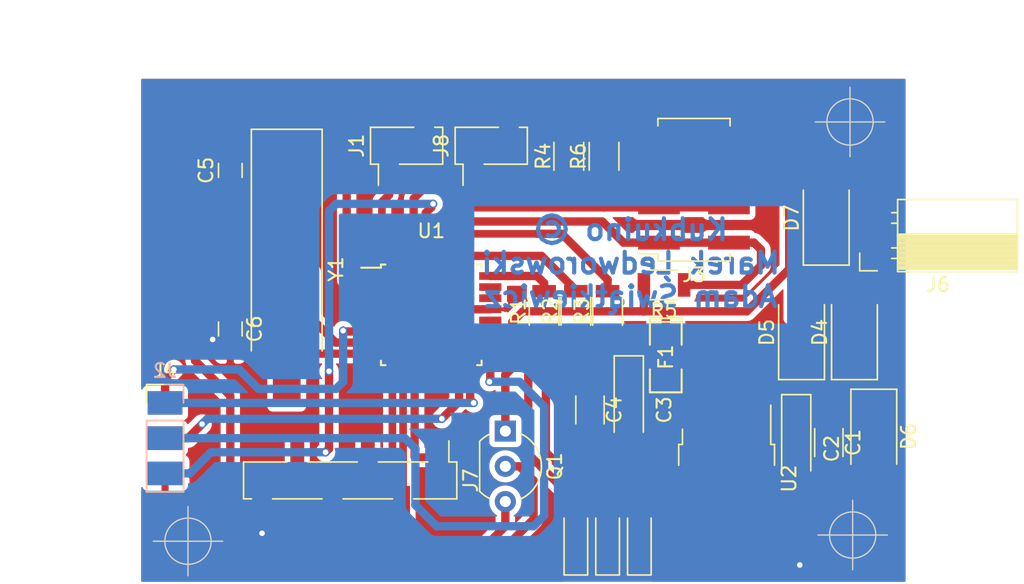
<source format=kicad_pcb>
(kicad_pcb (version 20170922) (host pcbnew "(2017-10-30 revision 6300041ce)-makepkg")
  (layers (0 F.Cu signal) (31 B.Cu signal) (34 B.Paste user) (35 F.Paste user) (36 B.SilkS user) (37 F.SilkS user) (38 B.Mask user) (39 F.Mask user) (44 Edge.Cuts user))
  (net 0 "")
  (net 1 "Net-(C1-Pad1)")
  (net 2 GND)
  (net 3 5V)
  (net 4 xtal1)
  (net 5 xtal2)
  (net 6 "Net-(D1-Pad2)")
  (net 7 "Net-(D2-Pad2)")
  (net 8 "Net-(J1-Pad1)")
  (net 9 Reset)
  (net 10 SDA)
  (net 11 SCL)
  (net 12 Button)
  (net 13 Bkey)
  (net 14 Btx)
  (net 15 Brx)
  (net 16 BT)
  (net 17 "Net-(R1-Pad2)")
  (net 18 "Net-(R2-Pad2)")
  (net 19 "Net-(R3-Pad2)")
  (net 20 "Net-(D3-Pad2)")
  (net 21 "Net-(D4-Pad2)")
  (net 22 "Net-(D5-Pad2)")
  (net 23 "Net-(J2-Pad1)")
  (net 24 "Net-(J2-Pad2)")
  (net 25 "Net-(J4-Pad2)")
  (net 26 "Net-(J7-Pad4)")
  (net 27 "Net-(C3-Pad1)")
  (net 28 "Net-(J7-Pad5)")
  (net 29 1W)
  (net 30 "Net-(U1-Pad13)")
  (net 31 "Net-(U1-Pad14)")
  (net 32 "Net-(U1-Pad19)")
  (net 33 "Net-(U1-Pad20)")
  (net 34 "Net-(U1-Pad22)")
  (net 35 "Net-(U1-Pad23)")
  (net 36 "Net-(U1-Pad30)")
  (net 37 "Net-(U1-Pad31)")
  (module Diodes_SMD:D_SMA (layer F.Cu) (at 164.084 86.741 90)
    (fp_text reference D7 (at 0 -2.5 90) (layer F.SilkS))
    (fp_text value 1N4007)
    (pad 1 smd rect (at -2 0 90) (size 2 1.8) (layers F.Cu F.Paste F.Mask) (net 22 "Net-(D5-Pad2)"))
    (pad 2 smd rect (at 2 0 90) (size 2 1.8) (layers F.Cu F.Paste F.Mask) (net 2 GND))
  )
  (module Capacitors_SMD:C_1206 (layer F.Cu) (at 164.2745 102.9335 270)
    (fp_text reference C1 (at 0 -1.75 270) (layer F.SilkS))
    (fp_text value 100nF)
    (pad 1 smd rect (at -1.5 0 270) (size 1 1.6) (layers F.Cu F.Paste F.Mask) (net 1 "Net-(C1-Pad1)"))
    (pad 2 smd rect (at 1.5 0 270) (size 1 1.6) (layers F.Cu F.Paste F.Mask) (net 2 GND))
  )
  (module Capacitors_Tantalum_SMD:CP_Tantalum_Case-A_EIA-3216-18_Hand (layer F.Cu) (at 161.925 103.378 270)
    (fp_text reference C2 (at 0 -2.55 270) (layer F.SilkS))
    (fp_text value 1uF)
    (pad 1 smd rect (at -2 0 270) (size 2.5 1.5) (layers F.Cu F.Paste F.Mask) (net 1 "Net-(C1-Pad1)"))
    (pad 2 smd rect (at 2 0 270) (size 2.5 1.5) (layers F.Cu F.Paste F.Mask) (net 2 GND))
  )
  (module Capacitors_Tantalum_SMD:CP_Tantalum_Case-A_EIA-3216-18_Hand (layer F.Cu) (at 149.86 100.584 270)
    (fp_text reference C3 (at 0 -2.55 270) (layer F.SilkS))
    (fp_text value 1uF)
    (pad 1 smd rect (at -2 0 270) (size 3.2 1.5) (layers F.Cu F.Paste F.Mask) (net 27 "Net-(C3-Pad1)"))
    (pad 2 smd rect (at 2 0 270) (size 3.2 1.5) (layers F.Cu F.Paste F.Mask) (net 2 GND))
  )
  (module Capacitors_SMD:C_1206 (layer F.Cu) (at 147.066 100.584 270)
    (fp_text reference C4 (at 0 -1.75 270) (layer F.SilkS))
    (fp_text value 100nF)
    (pad 1 smd rect (at -1.5 0 270) (size 1 1.6) (layers F.Cu F.Paste F.Mask) (net 27 "Net-(C3-Pad1)"))
    (pad 2 smd rect (at 1.5 0 270) (size 1 1.6) (layers F.Cu F.Paste F.Mask) (net 2 GND))
  )
  (module Capacitors_SMD:C_0805_HandSoldering (layer F.Cu) (at 121.158 83.312 90)
    (fp_text reference C5 (at 0 -1.75 90) (layer F.SilkS))
    (fp_text value 22pF)
    (pad 1 smd rect (at -1.25 0 90) (size 1.5 1.25) (layers F.Cu F.Paste F.Mask) (net 4 xtal1))
    (pad 2 smd rect (at 1.25 0 90) (size 1.5 1.25) (layers F.Cu F.Paste F.Mask) (net 2 GND))
  )
  (module Capacitors_SMD:C_0805_HandSoldering (layer F.Cu) (at 121.158 94.742 270)
    (fp_text reference C6 (at 0 -1.75 270) (layer F.SilkS))
    (fp_text value 22pF)
    (pad 1 smd rect (at -1.25 0 270) (size 1.5 1.25) (layers F.Cu F.Paste F.Mask) (net 5 xtal2))
    (pad 2 smd rect (at 1.25 0 270) (size 1.5 1.25) (layers F.Cu F.Paste F.Mask) (net 2 GND))
  )
  (module Diodes_SMD:D_SMA (layer F.Cu) (at 166.116 94.996 90)
    (fp_text reference D4 (at 0 -2.5 90) (layer F.SilkS))
    (fp_text value 1N4007)
    (pad 1 smd rect (at -2 0 90) (size 2 1.8) (layers F.Cu F.Paste F.Mask) (net 1 "Net-(C1-Pad1)"))
    (pad 2 smd rect (at 2 0 90) (size 2 1.8) (layers F.Cu F.Paste F.Mask) (net 21 "Net-(D4-Pad2)"))
  )
  (module Diodes_SMD:D_SMA (layer F.Cu) (at 162.306 94.996 90)
    (fp_text reference D5 (at 0 -2.5 90) (layer F.SilkS))
    (fp_text value 1N4007)
    (pad 1 smd rect (at -2 0 90) (size 2 1.8) (layers F.Cu F.Paste F.Mask) (net 1 "Net-(C1-Pad1)"))
    (pad 2 smd rect (at 2 0 90) (size 2 1.8) (layers F.Cu F.Paste F.Mask) (net 22 "Net-(D5-Pad2)"))
  )
  (module Diodes_SMD:D_SMA (layer F.Cu) (at 167.513 102.489 270)
    (fp_text reference D6 (at 0 -2.5 270) (layer F.SilkS))
    (fp_text value 1N4007)
    (pad 1 smd rect (at -2 0 270) (size 2 1.8) (layers F.Cu F.Paste F.Mask) (net 21 "Net-(D4-Pad2)"))
    (pad 2 smd rect (at 2 0 270) (size 2 1.8) (layers F.Cu F.Paste F.Mask) (net 2 GND))
  )
  (module LEDs:LED_1206 (layer F.Cu) (at 146.05 109.982 90)
    (fp_text reference D1)
    (fp_text value LED_R)
    (pad 2 smd rect (at 1.65 0 270) (size 1.5 1.5) (layers F.Cu F.Paste F.Mask) (net 6 "Net-(D1-Pad2)"))
    (pad 1 smd rect (at -1.65 0 270) (size 1.5 1.5) (layers F.Cu F.Paste F.Mask) (net 2 GND))
  )
  (module LEDs:LED_1206 (layer F.Cu) (at 148.336 109.982 90)
    (fp_text reference D2)
    (fp_text value LED_G)
    (pad 2 smd rect (at 1.65 0 270) (size 1.5 1.5) (layers F.Cu F.Paste F.Mask) (net 7 "Net-(D2-Pad2)"))
    (pad 1 smd rect (at -1.65 0 270) (size 1.5 1.5) (layers F.Cu F.Paste F.Mask) (net 2 GND))
  )
  (module LEDs:LED_1206 (layer F.Cu) (at 150.622 109.982 90)
    (fp_text reference D3)
    (fp_text value LED_B)
    (pad 2 smd rect (at 1.65 0 270) (size 1.5 1.5) (layers F.Cu F.Paste F.Mask) (net 20 "Net-(D3-Pad2)"))
    (pad 1 smd rect (at -1.65 0 270) (size 1.5 1.5) (layers F.Cu F.Paste F.Mask) (net 2 GND))
  )
  (module Pin_Headers:Pin_Header_Straight_1x02_Pitch2.54mm_SMD_Pin1Left (layer F.Cu) (at 133.858 81.534 90)
    (fp_text reference J1 (at 0 -3.6 90) (layer F.SilkS))
    (fp_text value Piezo)
    (pad 1 smd rect (at -1.655 -1.27 90) (size 2.51 1) (layers F.Cu F.Paste F.Mask) (net 8 "Net-(J1-Pad1)"))
    (pad 2 smd rect (at 1.655 1.27 90) (size 2.51 1) (layers F.Cu F.Paste F.Mask) (net 2 GND))
  )
  (module Pin_Headers:Pin_Header_Straight_1x02_Pitch2.54mm_SMD_Pin1Left (layer F.Cu) (at 139.954 81.534 90)
    (fp_text reference J8 (at 0 -3.6 90) (layer F.SilkS))
    (fp_text value Button)
    (pad 1 smd rect (at -1.655 -1.27 90) (size 2.51 1) (layers F.Cu F.Paste F.Mask) (net 12 Button))
    (pad 2 smd rect (at 1.655 1.27 90) (size 2.51 1) (layers F.Cu F.Paste F.Mask) (net 2 GND))
  )
  (module Pin_Headers:Pin_Header_Straight_1x06_Pitch2.54mm_SMD_Pin1Left (layer F.Cu) (at 129.794 105.664 270)
    (fp_text reference J7 (at 0 -8.68 270) (layer F.SilkS))
    (fp_text value Bluetooth)
    (pad 1 smd rect (at -1.655 -6.35 270) (size 2.51 1) (layers F.Cu F.Paste F.Mask) (net 13 Bkey))
    (pad 3 smd rect (at -1.655 -1.27 270) (size 2.51 1) (layers F.Cu F.Paste F.Mask) (net 14 Btx))
    (pad 5 smd rect (at -1.655 3.81 270) (size 2.51 1) (layers F.Cu F.Paste F.Mask) (net 28 "Net-(J7-Pad5)"))
    (pad 2 smd rect (at 1.655 -3.81 270) (size 2.51 1) (layers F.Cu F.Paste F.Mask) (net 15 Brx))
    (pad 4 smd rect (at 1.655 1.27 270) (size 2.51 1) (layers F.Cu F.Paste F.Mask) (net 26 "Net-(J7-Pad4)"))
    (pad 6 smd rect (at 1.655 6.35 270) (size 2.51 1) (layers F.Cu F.Paste F.Mask) (net 2 GND))
  )
  (module TO_SOT_Packages_THT:TO-92_Inline_Wide (layer F.Cu) (at 140.97 102.108 270)
    (fp_text reference Q1 (at 2.54 -3.56 90) (layer F.SilkS))
    (fp_text value S8050)
    (pad 2 thru_hole circle (at 2.54 0) (size 1.52 1.52) (drill 0.8) (layers *.Cu *.Mask) (net 16 BT))
    (pad 3 thru_hole circle (at 5.08 0) (size 1.52 1.52) (drill 0.8) (layers *.Cu *.Mask) (net 26 "Net-(J7-Pad4)"))
    (pad 1 thru_hole rect (at 0 0) (size 1.52 1.52) (drill 0.8) (layers *.Cu *.Mask) (net 3 5V))
  )
  (module Resistors_SMD:R_1206 (layer F.Cu) (at 143.764 93.472 90)
    (fp_text reference R1 (at 0 -1.85 90) (layer F.SilkS))
    (fp_text value 220)
    (pad 1 smd rect (at -1.45 0 90) (size 0.9 1.7) (layers F.Cu F.Paste F.Mask) (net 6 "Net-(D1-Pad2)"))
    (pad 2 smd rect (at 1.45 0 90) (size 0.9 1.7) (layers F.Cu F.Paste F.Mask) (net 17 "Net-(R1-Pad2)"))
  )
  (module Resistors_SMD:R_1206 (layer F.Cu) (at 146.05 93.472 90)
    (fp_text reference R2 (at 0 -1.85 90) (layer F.SilkS))
    (fp_text value 220)
    (pad 1 smd rect (at -1.45 0 90) (size 0.9 1.7) (layers F.Cu F.Paste F.Mask) (net 7 "Net-(D2-Pad2)"))
    (pad 2 smd rect (at 1.45 0 90) (size 0.9 1.7) (layers F.Cu F.Paste F.Mask) (net 18 "Net-(R2-Pad2)"))
  )
  (module Resistors_SMD:R_1206 (layer F.Cu) (at 148.336 93.472 90)
    (fp_text reference R3 (at 0 -1.85 90) (layer F.SilkS))
    (fp_text value 220)
    (pad 1 smd rect (at -1.45 0 90) (size 0.9 1.7) (layers F.Cu F.Paste F.Mask) (net 20 "Net-(D3-Pad2)"))
    (pad 2 smd rect (at 1.45 0 90) (size 0.9 1.7) (layers F.Cu F.Paste F.Mask) (net 19 "Net-(R3-Pad2)"))
  )
  (module Resistors_SMD:R_1206 (layer F.Cu) (at 145.542 82.296 90)
    (fp_text reference R4 (at 0 -1.85 90) (layer F.SilkS))
    (fp_text value 1k)
    (pad 1 smd rect (at -1.45 0 90) (size 0.9 1.7) (layers F.Cu F.Paste F.Mask) (net 12 Button))
    (pad 2 smd rect (at 1.45 0 90) (size 0.9 1.7) (layers F.Cu F.Paste F.Mask) (net 3 5V))
  )
  (module Resistors_SMD:R_1206 (layer F.Cu) (at 152.4 91.567 180)
    (fp_text reference R5 (at 0 -1.85 180) (layer F.SilkS))
    (fp_text value 4k7)
    (pad 1 smd rect (at -1.45 0 180) (size 0.9 1.7) (layers F.Cu F.Paste F.Mask) (net 10 SDA))
    (pad 2 smd rect (at 1.45 0 180) (size 0.9 1.7) (layers F.Cu F.Paste F.Mask) (net 3 5V))
  )
  (module Resistors_SMD:R_1206 (layer F.Cu) (at 148.082 82.296 90)
    (fp_text reference R6 (at 0 -1.85 90) (layer F.SilkS))
    (fp_text value 4k7)
    (pad 1 smd rect (at -1.45 0 90) (size 0.9 1.7) (layers F.Cu F.Paste F.Mask) (net 11 SCL))
    (pad 2 smd rect (at 1.45 0 90) (size 0.9 1.7) (layers F.Cu F.Paste F.Mask) (net 3 5V))
  )
  (module Housings_QFP:TQFP-32_7x7mm_Pitch0.8mm (layer F.Cu) (at 135.636 93.726)
    (fp_text reference U1 (at 0 -6.05) (layer F.SilkS))
    (fp_text value ATMEGA328P-AU)
    (pad 1 smd rect (at -4.25 -2.8) (size 1.6 0.55) (layers F.Cu F.Paste F.Mask) (net 8 "Net-(J1-Pad1)"))
    (pad 2 smd rect (at -4.25 -2) (size 1.6 0.55) (layers F.Cu F.Paste F.Mask) (net 16 BT))
    (pad 3 smd rect (at -4.25 -1.2) (size 1.6 0.55) (layers F.Cu F.Paste F.Mask) (net 2 GND))
    (pad 4 smd rect (at -4.25 -0.4) (size 1.6 0.55) (layers F.Cu F.Paste F.Mask) (net 3 5V))
    (pad 5 smd rect (at -4.25 0.4) (size 1.6 0.55) (layers F.Cu F.Paste F.Mask) (net 2 GND))
    (pad 6 smd rect (at -4.25 1.2) (size 1.6 0.55) (layers F.Cu F.Paste F.Mask) (net 3 5V))
    (pad 7 smd rect (at -4.25 2) (size 1.6 0.55) (layers F.Cu F.Paste F.Mask) (net 4 xtal1))
    (pad 8 smd rect (at -4.25 2.8) (size 1.6 0.55) (layers F.Cu F.Paste F.Mask) (net 5 xtal2))
    (pad 9 smd rect (at -2.8 4.25 90) (size 1.6 0.55) (layers F.Cu F.Paste F.Mask) (net 14 Btx))
    (pad 10 smd rect (at -2 4.25 90) (size 1.6 0.55) (layers F.Cu F.Paste F.Mask) (net 15 Brx))
    (pad 11 smd rect (at -1.2 4.25 90) (size 1.6 0.55) (layers F.Cu F.Paste F.Mask) (net 13 Bkey))
    (pad 12 smd rect (at -0.4 4.25 90) (size 1.6 0.55) (layers F.Cu F.Paste F.Mask) (net 29 1W))
    (pad 13 smd rect (at 0.4 4.25 90) (size 1.6 0.55) (layers F.Cu F.Paste F.Mask) (net 30 "Net-(U1-Pad13)"))
    (pad 14 smd rect (at 1.2 4.25 90) (size 1.6 0.55) (layers F.Cu F.Paste F.Mask) (net 31 "Net-(U1-Pad14)"))
    (pad 15 smd rect (at 2 4.25 90) (size 1.6 0.55) (layers F.Cu F.Paste F.Mask) (net 25 "Net-(J4-Pad2)"))
    (pad 16 smd rect (at 2.8 4.25 90) (size 1.6 0.55) (layers F.Cu F.Paste F.Mask) (net 23 "Net-(J2-Pad1)"))
    (pad 17 smd rect (at 4.25 2.8) (size 1.6 0.55) (layers F.Cu F.Paste F.Mask) (net 24 "Net-(J2-Pad2)"))
    (pad 18 smd rect (at 4.25 2) (size 1.6 0.55) (layers F.Cu F.Paste F.Mask) (net 3 5V))
    (pad 19 smd rect (at 4.25 1.2) (size 1.6 0.55) (layers F.Cu F.Paste F.Mask) (net 32 "Net-(U1-Pad19)"))
    (pad 20 smd rect (at 4.25 0.4) (size 1.6 0.55) (layers F.Cu F.Paste F.Mask) (net 33 "Net-(U1-Pad20)"))
    (pad 21 smd rect (at 4.25 -0.4) (size 1.6 0.55) (layers F.Cu F.Paste F.Mask) (net 2 GND))
    (pad 22 smd rect (at 4.25 -1.2) (size 1.6 0.55) (layers F.Cu F.Paste F.Mask) (net 34 "Net-(U1-Pad22)"))
    (pad 23 smd rect (at 4.25 -2) (size 1.6 0.55) (layers F.Cu F.Paste F.Mask) (net 35 "Net-(U1-Pad23)"))
    (pad 24 smd rect (at 4.25 -2.8) (size 1.6 0.55) (layers F.Cu F.Paste F.Mask) (net 17 "Net-(R1-Pad2)"))
    (pad 25 smd rect (at 2.8 -4.25 90) (size 1.6 0.55) (layers F.Cu F.Paste F.Mask) (net 18 "Net-(R2-Pad2)"))
    (pad 26 smd rect (at 2 -4.25 90) (size 1.6 0.55) (layers F.Cu F.Paste F.Mask) (net 19 "Net-(R3-Pad2)"))
    (pad 27 smd rect (at 1.2 -4.25 90) (size 1.6 0.55) (layers F.Cu F.Paste F.Mask) (net 10 SDA))
    (pad 28 smd rect (at 0.4 -4.25 90) (size 1.6 0.55) (layers F.Cu F.Paste F.Mask) (net 11 SCL))
    (pad 29 smd rect (at -0.4 -4.25 90) (size 1.6 0.55) (layers F.Cu F.Paste F.Mask) (net 9 Reset))
    (pad 30 smd rect (at -1.2 -4.25 90) (size 1.6 0.55) (layers F.Cu F.Paste F.Mask) (net 36 "Net-(U1-Pad30)"))
    (pad 31 smd rect (at -2 -4.25 90) (size 1.6 0.55) (layers F.Cu F.Paste F.Mask) (net 37 "Net-(U1-Pad31)"))
    (pad 32 smd rect (at -2.8 -4.25 90) (size 1.6 0.55) (layers F.Cu F.Paste F.Mask) (net 12 Button))
  )
  (module Crystals:Crystal_SMD_HC49-SD_HandSoldering (layer F.Cu) (at 125.222 90.424 270)
    (fp_text reference Y1 (at 0 -3.55 270) (layer F.SilkS))
    (fp_text value Crystal)
    (pad 1 smd rect (at -5.9375 0 270) (size 7.875 2) (layers F.Cu F.Paste F.Mask) (net 4 xtal1))
    (pad 2 smd rect (at 5.9375 0 270) (size 7.875 2) (layers F.Cu F.Paste F.Mask) (net 5 xtal2))
  )
  (module Socket_Strips:Socket_Strip_Straight_1x03_Pitch2.54mm (layer B.Cu) (at 116.459 100.076 180)
    (fp_text reference J2 (at 0 2.33 180) (layer B.SilkS) (effects (justify mirror)))
    (fp_text value Conn_01x03)
    (pad 1 smd rect (at 0 0 180) (size 2.5 1.7) (layers B.Cu B.Paste B.Mask) (net 23 "Net-(J2-Pad1)"))
    (pad 2 smd rect (at 0 -2.54 180) (size 2.5 1.7) (layers B.Cu B.Paste B.Mask) (net 24 "Net-(J2-Pad2)"))
    (pad 3 smd rect (at 0 -5.08 180) (size 2.5 1.7) (layers B.Cu B.Paste B.Mask) (net 9 Reset))
  )
  (module Socket_Strips:Socket_Strip_Straight_1x03_Pitch2.54mm (layer F.Cu) (at 116.459 100.076)
    (fp_text reference J4 (at 0 -2.33) (layer F.SilkS))
    (fp_text value Conn_01x03)
    (pad 3 smd rect (at 0 5.08) (size 2.5 1.7) (layers F.Cu F.Paste F.Mask) (net 2 GND))
    (pad 2 smd rect (at 0 2.54) (size 2.5 1.7) (layers F.Cu F.Paste F.Mask) (net 25 "Net-(J4-Pad2)"))
    (pad 1 smd rect (at 0 0) (size 2.5 1.7) (layers F.Cu F.Paste F.Mask) (net 3 5V))
  )
  (module Socket_Strips:Socket_Strip_Angled_1x02_Pitch2.54mm (layer F.Cu) (at 167.767 89.281 180)
    (fp_text reference J6 (at -4.38 -2.27 180) (layer F.SilkS))
    (fp_text value "AC/DC In (12V)")
    (pad 2 smd rect (at 0 2.54 180) (size 2.5 1.7) (layers F.Cu F.Paste F.Mask) (net 22 "Net-(D5-Pad2)"))
    (pad 1 smd rect (at 0 0 180) (size 2.5 1.7) (layers F.Cu F.Paste F.Mask) (net 21 "Net-(D4-Pad2)"))
  )
  (module SMD_Packages:SMD-1206_Pol (layer F.Cu) (at 152.527 96.774 270)
    (fp_text reference F1 (at 0 0 270) (layer F.SilkS))
    (fp_text value "500mA 6V")
    (pad 2 smd rect (at 1.651 0 270) (size 1.524 2.032) (layers F.Cu F.Paste F.Mask) (net 27 "Net-(C3-Pad1)"))
    (pad 1 smd rect (at -1.651 0 270) (size 1.524 2.032) (layers F.Cu F.Paste F.Mask) (net 3 5V))
  )
  (module Socket_Strips:Socket_Strip_Straight_2x04_Pitch2.54mm_SMD (layer F.Cu) (at 154.559 84.709 180)
    (fp_text reference J3 (at 0 -6.14 180) (layer F.SilkS))
    (fp_text value I2C)
    (pad 8 smd rect (at -2.52 3.81 180) (size 3 1) (layers F.Cu F.Paste F.Mask) (net 3 5V))
    (pad 7 smd rect (at 2.52 3.81 180) (size 3 1) (layers F.Cu F.Paste F.Mask) (net 3 5V))
    (pad 6 smd rect (at -2.52 1.27 180) (size 3 1) (layers F.Cu F.Paste F.Mask) (net 2 GND))
    (pad 5 smd rect (at 2.52 1.27 180) (size 3 1) (layers F.Cu F.Paste F.Mask) (net 2 GND))
    (pad 4 smd rect (at -2.52 -1.27 180) (size 3 1) (layers F.Cu F.Paste F.Mask) (net 11 SCL))
    (pad 3 smd rect (at 2.52 -1.27 180) (size 3 1) (layers F.Cu F.Paste F.Mask) (net 11 SCL))
    (pad 2 smd rect (at -2.52 -3.81 180) (size 3 1) (layers F.Cu F.Paste F.Mask) (net 10 SDA))
    (pad 1 smd rect (at 2.52 -3.81 180) (size 3 1) (layers F.Cu F.Paste F.Mask) (net 10 SDA))
  )
  (module TO_SOT_Packages_SMD:TO-252-2 (layer F.Cu) (at 156.9085 105.537 270)
    (fp_text reference U2 (at 0 -4.5 270) (layer F.SilkS))
    (fp_text value LM7805_TO220)
    (pad 2 smd rect (at 0.425 1.525 270) (size 3.05 2.75) (layers F.Cu F.Paste) (net 2 GND))
    (pad 2 smd rect (at 3.775 -1.525 270) (size 3.05 2.75) (layers F.Cu F.Paste) (net 2 GND))
    (pad 2 smd rect (at 0.425 -1.525 270) (size 3.05 2.75) (layers F.Cu F.Paste) (net 2 GND))
    (pad 2 smd rect (at 3.775 1.525 270) (size 3.05 2.75) (layers F.Cu F.Paste) (net 2 GND))
    (pad 2 smd rect (at 2.1 0 270) (size 6.4 5.8) (layers F.Cu F.Mask) (net 2 GND))
    (pad 3 smd rect (at -4.2 2.28 270) (size 2.2 1.2) (layers F.Cu F.Paste F.Mask) (net 27 "Net-(C3-Pad1)"))
    (pad 1 smd rect (at -4.2 -2.28 270) (size 2.2 1.2) (layers F.Cu F.Paste F.Mask) (net 1 "Net-(C1-Pad1)"))
  )
  (target plus (at 165.7985 79.8195) (size 5) (width 0.1) (layer Edge.Cuts))
  (target plus (at 165.989 109.601) (size 5) (width 0.1) (layer Edge.Cuts))
  (target plus (at 118.11 110.0455) (size 5) (width 0.1) (layer Edge.Cuts))
  (gr_text "Kubkuino ©\nMarek Ledworowski\nAdam Świątkiewicz" (at 150 90) (layer B.Cu) (effects (font (size 1.5 1.5) (thickness 0.3)) (justify mirror)))
  (segment (start 161.925 101.378) (end 161.925 97.377) (width 0.6) (layer F.Cu) (net 1))
  (segment (start 161.925 97.377) (end 162.306 96.996) (width 0.6) (layer F.Cu) (net 1))
  (segment (start 162.306 96.996) (end 166.116 96.996) (width 0.6) (layer F.Cu) (net 1))
  (segment (start 164.2745 101.4335) (end 161.9805 101.4335) (width 0.6) (layer F.Cu) (net 1))
  (segment (start 161.9805 101.4335) (end 161.925 101.378) (width 0.6) (layer F.Cu) (net 1))
  (segment (start 159.1885 101.337) (end 161.884 101.337) (width 0.6) (layer F.Cu) (net 1))
  (segment (start 161.884 101.337) (end 161.925 101.378) (width 0.6) (layer F.Cu) (net 1))
  (segment (start 156.9085 107.637) (end 156.9085 110.871) (width 0.6) (layer F.Cu) (net 2))
  (via (at 162.179 111.76) (size 0.6) (drill 0.4) (layers F.Cu B.Cu) (net 2))
  (segment (start 157.7975 111.76) (end 162.179 111.76) (width 0.6) (layer F.Cu) (net 2))
  (segment (start 156.9085 110.871) (end 157.7975 111.76) (width 0.6) (layer F.Cu) (net 2))
  (segment (start 121.158 95.992) (end 120.376 95.992) (width 0.6) (layer F.Cu) (net 2))
  (via (at 119.888 95.504) (size 0.6) (drill 0.4) (layers F.Cu B.Cu) (net 2))
  (segment (start 120.376 95.992) (end 119.888 95.504) (width 0.6) (layer F.Cu) (net 2))
  (segment (start 157.079 83.439) (end 152.039 83.439) (width 0.6) (layer F.Cu) (net 2))
  (segment (start 131.386 92.526) (end 135.325 92.526) (width 0.6) (layer F.Cu) (net 2))
  (segment (start 136.125 93.326) (end 139.886 93.326) (width 0.6) (layer F.Cu) (net 2))
  (segment (start 135.325 92.526) (end 136.125 93.326) (width 0.6) (layer F.Cu) (net 2))
  (segment (start 131.386 94.126) (end 130.321 94.126) (width 0.6) (layer F.Cu) (net 2))
  (segment (start 130.105 92.526) (end 131.386 92.526) (width 0.6) (layer F.Cu) (net 2))
  (segment (start 129.667 92.964) (end 130.105 92.526) (width 0.6) (layer F.Cu) (net 2))
  (segment (start 129.667 93.472) (end 129.667 92.964) (width 0.6) (layer F.Cu) (net 2))
  (segment (start 130.321 94.126) (end 129.667 93.472) (width 0.6) (layer F.Cu) (net 2))
  (segment (start 123.444 107.319) (end 123.444 109.474) (width 0.6) (layer F.Cu) (net 2))
  (via (at 123.444 109.474) (size 0.6) (drill 0.4) (layers F.Cu B.Cu) (net 2))
  (segment (start 120.884 81.788) (end 121.158 82.062) (width 0.6) (layer F.Cu) (net 2))
  (segment (start 150.95 91.567) (end 150.95 93.472) (width 0.6) (layer F.Cu) (net 3))
  (segment (start 150.95 93.472) (end 150.876 93.472) (width 0.6) (layer F.Cu) (net 3))
  (segment (start 152.527 93.472) (end 158.369 93.472) (width 0.6) (layer F.Cu) (net 3))
  (segment (start 160.401 80.899) (end 157.079 80.899) (width 0.6) (layer F.Cu) (net 3))
  (segment (start 161.417 81.915) (end 160.401 80.899) (width 0.6) (layer F.Cu) (net 3))
  (segment (start 161.417 90.424) (end 161.417 81.915) (width 0.6) (layer F.Cu) (net 3))
  (segment (start 158.369 93.472) (end 161.417 90.424) (width 0.6) (layer F.Cu) (net 3))
  (segment (start 152.039 80.899) (end 148.135 80.899) (width 0.6) (layer F.Cu) (net 3))
  (segment (start 148.135 80.899) (end 148.082 80.846) (width 0.6) (layer F.Cu) (net 3))
  (segment (start 145.542 80.846) (end 148.082 80.846) (width 0.6) (layer F.Cu) (net 3))
  (segment (start 152.039 80.899) (end 157.079 80.899) (width 0.6) (layer F.Cu) (net 3))
  (segment (start 152.527 95.123) (end 152.527 93.472) (width 0.6) (layer F.Cu) (net 3))
  (segment (start 152.527 93.472) (end 152.527 93.599) (width 0.6) (layer F.Cu) (net 3))
  (segment (start 152.527 93.599) (end 152.527 93.472) (width 0.6) (layer F.Cu) (net 3))
  (segment (start 152.273 93.472) (end 152.527 93.472) (width 0.6) (layer F.Cu) (net 3))
  (segment (start 141.478 94.234) (end 142.24 93.472) (width 0.6) (layer F.Cu) (net 3))
  (segment (start 142.24 93.472) (end 150.876 93.472) (width 0.6) (layer F.Cu) (net 3))
  (segment (start 150.876 93.472) (end 152.273 93.472) (width 0.6) (layer F.Cu) (net 3))
  (segment (start 141.478 96.012) (end 141.478 94.234) (width 0.6) (layer F.Cu) (net 3))
  (segment (start 116.459 100.076) (end 116.459 98.298) (width 0.6) (layer F.Cu) (net 3))
  (segment (start 116.459 98.298) (end 117.094 97.663) (width 0.6) (layer F.Cu) (net 3))
  (via (at 117.094 97.663) (size 0.6) (drill 0.4) (layers F.Cu B.Cu) (net 3))
  (segment (start 117.094 97.663) (end 121.793 97.663) (width 0.6) (layer B.Cu) (net 3))
  (segment (start 121.793 97.663) (end 123.19 99.06) (width 0.6) (layer B.Cu) (net 3))
  (segment (start 123.19 99.06) (end 128.778 99.06) (width 0.6) (layer B.Cu) (net 3))
  (segment (start 128.778 99.06) (end 129.286 98.552) (width 0.6) (layer B.Cu) (net 3))
  (segment (start 129.286 98.552) (end 129.286 94.869) (width 0.6) (layer B.Cu) (net 3))
  (via (at 129.286 94.869) (size 0.6) (drill 0.4) (layers F.Cu B.Cu) (net 3))
  (segment (start 129.286 94.869) (end 129.343 94.926) (width 0.6) (layer F.Cu) (net 3))
  (segment (start 129.343 94.926) (end 131.386 94.926) (width 0.6) (layer F.Cu) (net 3))
  (segment (start 140.97 102.362) (end 140.97 102.108) (width 0.6) (layer F.Cu) (net 3))
  (segment (start 140.97 102.108) (end 140.97 98.044) (width 0.6) (layer F.Cu) (net 3))
  (segment (start 141.478 96.012) (end 141.192 95.726) (width 0.6) (layer F.Cu) (net 3))
  (segment (start 141.478 97.536) (end 141.478 96.012) (width 0.6) (layer F.Cu) (net 3))
  (segment (start 140.97 98.044) (end 141.478 97.536) (width 0.6) (layer F.Cu) (net 3))
  (segment (start 139.886 95.726) (end 141.192 95.726) (width 0.6) (layer F.Cu) (net 3))
  (segment (start 133.604 94.926) (end 133.604 93.98) (width 0.6) (layer F.Cu) (net 3))
  (segment (start 132.95 93.326) (end 131.386 93.326) (width 0.6) (layer F.Cu) (net 3))
  (segment (start 133.604 93.98) (end 132.95 93.326) (width 0.6) (layer F.Cu) (net 3))
  (segment (start 131.386 94.926) (end 133.604 94.926) (width 0.6) (layer F.Cu) (net 3))
  (segment (start 133.604 94.926) (end 136.074 94.926) (width 0.6) (layer F.Cu) (net 3))
  (segment (start 136.874 95.726) (end 139.886 95.726) (width 0.6) (layer F.Cu) (net 3))
  (segment (start 136.074 94.926) (end 136.874 95.726) (width 0.6) (layer F.Cu) (net 3))
  (segment (start 131.386 95.726) (end 128.746 95.726) (width 0.6) (layer F.Cu) (net 4))
  (segment (start 125.222 88.9) (end 125.222 84.4865) (width 0.6) (layer F.Cu) (net 4))
  (segment (start 127 90.678) (end 125.222 88.9) (width 0.6) (layer F.Cu) (net 4))
  (segment (start 127 93.98) (end 127 90.678) (width 0.6) (layer F.Cu) (net 4))
  (segment (start 128.746 95.726) (end 127 93.98) (width 0.6) (layer F.Cu) (net 4))
  (segment (start 125.222 84.4865) (end 121.2335 84.4865) (width 0.6) (layer F.Cu) (net 4))
  (segment (start 121.2335 84.4865) (end 121.158 84.562) (width 0.6) (layer F.Cu) (net 4))
  (segment (start 131.386 96.526) (end 125.3865 96.526) (width 0.6) (layer F.Cu) (net 5))
  (segment (start 125.3865 96.526) (end 125.222 96.3615) (width 0.6) (layer F.Cu) (net 5))
  (segment (start 125.222 96.3615) (end 125.222 95.504) (width 0.6) (layer F.Cu) (net 5))
  (segment (start 125.222 95.504) (end 123.21 93.492) (width 0.6) (layer F.Cu) (net 5))
  (segment (start 123.21 93.492) (end 121.158 93.492) (width 0.6) (layer F.Cu) (net 5))
  (segment (start 145.161 106.299) (end 146.177 107.315) (width 0.6) (layer F.Cu) (net 6))
  (segment (start 143.764 94.922) (end 143.764 95.885) (width 0.6) (layer F.Cu) (net 6))
  (segment (start 142.621 103.759) (end 145.161 106.299) (width 0.6) (layer F.Cu) (net 6))
  (segment (start 142.621 96.774) (end 142.621 103.759) (width 0.6) (layer F.Cu) (net 6))
  (segment (start 143.002 96.393) (end 142.621 96.774) (width 0.6) (layer F.Cu) (net 6))
  (segment (start 143.256 96.393) (end 143.002 96.393) (width 0.6) (layer F.Cu) (net 6))
  (segment (start 143.764 95.885) (end 143.256 96.393) (width 0.6) (layer F.Cu) (net 6))
  (segment (start 146.177 107.315) (end 146.177 108.205) (width 0.6) (layer F.Cu) (net 6))
  (segment (start 146.177 108.205) (end 146.05 108.332) (width 0.6) (layer F.Cu) (net 6))
  (segment (start 146.05 94.922) (end 146.05 95.631) (width 0.6) (layer F.Cu) (net 7))
  (segment (start 148.336 106.934) (end 148.336 108.332) (width 0.6) (layer F.Cu) (net 7))
  (segment (start 147.955 106.553) (end 148.336 106.934) (width 0.6) (layer F.Cu) (net 7))
  (segment (start 146.812 106.553) (end 147.955 106.553) (width 0.6) (layer F.Cu) (net 7))
  (segment (start 143.891 103.632) (end 146.812 106.553) (width 0.6) (layer F.Cu) (net 7))
  (segment (start 143.891 97.155) (end 143.891 103.632) (width 0.6) (layer F.Cu) (net 7))
  (segment (start 144.018 97.028) (end 143.891 97.155) (width 0.6) (layer F.Cu) (net 7))
  (segment (start 144.653 97.028) (end 144.018 97.028) (width 0.6) (layer F.Cu) (net 7))
  (segment (start 146.05 95.631) (end 144.653 97.028) (width 0.6) (layer F.Cu) (net 7))
  (segment (start 116.459 105.156) (end 118.237 105.156) (width 0.6) (layer B.Cu) (net 9))
  (segment (start 135.236 86.379) (end 135.236 89.476) (width 0.6) (layer F.Cu) (net 9))
  (segment (start 135.636 85.979) (end 135.236 86.379) (width 0.6) (layer F.Cu) (net 9))
  (segment (start 135.636 85.852) (end 135.636 85.979) (width 0.6) (layer F.Cu) (net 9))
  (segment (start 135.763 85.725) (end 135.636 85.852) (width 0.6) (layer F.Cu) (net 9))
  (via (at 135.763 85.725) (size 0.6) (drill 0.4) (layers F.Cu B.Cu) (net 9))
  (segment (start 128.778 85.725) (end 135.763 85.725) (width 0.6) (layer B.Cu) (net 9))
  (segment (start 128.27 86.233) (end 128.778 85.725) (width 0.6) (layer B.Cu) (net 9))
  (segment (start 128.27 97.79) (end 128.27 86.233) (width 0.6) (layer B.Cu) (net 9))
  (via (at 128.27 97.79) (size 0.6) (drill 0.4) (layers F.Cu B.Cu) (net 9))
  (segment (start 128.27 103.378) (end 128.27 97.79) (width 0.6) (layer F.Cu) (net 9))
  (segment (start 128.016 103.632) (end 128.27 103.378) (width 0.6) (layer F.Cu) (net 9))
  (via (at 128.016 103.632) (size 0.6) (drill 0.4) (layers F.Cu B.Cu) (net 9))
  (segment (start 119.761 103.632) (end 128.016 103.632) (width 0.6) (layer B.Cu) (net 9))
  (segment (start 118.237 105.156) (end 119.761 103.632) (width 0.6) (layer B.Cu) (net 9))
  (segment (start 136.836 89.476) (end 136.836 87.446) (width 0.6) (layer F.Cu) (net 10))
  (segment (start 149.479 88.519) (end 152.039 88.519) (width 0.6) (layer F.Cu) (net 10))
  (segment (start 147.955 86.995) (end 149.479 88.519) (width 0.6) (layer F.Cu) (net 10))
  (segment (start 137.287 86.995) (end 147.955 86.995) (width 0.6) (layer F.Cu) (net 10))
  (segment (start 136.836 87.446) (end 137.287 86.995) (width 0.6) (layer F.Cu) (net 10))
  (segment (start 153.85 91.567) (end 157.988 91.567) (width 0.6) (layer F.Cu) (net 10))
  (segment (start 158.877 88.519) (end 157.079 88.519) (width 0.6) (layer F.Cu) (net 10))
  (segment (start 159.385 89.027) (end 158.877 88.519) (width 0.6) (layer F.Cu) (net 10))
  (segment (start 159.385 90.17) (end 159.385 89.027) (width 0.6) (layer F.Cu) (net 10))
  (segment (start 157.988 91.567) (end 159.385 90.17) (width 0.6) (layer F.Cu) (net 10))
  (segment (start 157.079 88.519) (end 152.039 88.519) (width 0.6) (layer F.Cu) (net 10))
  (segment (start 148.082 83.746) (end 148.082 85.979) (width 0.6) (layer F.Cu) (net 11))
  (segment (start 152.039 85.979) (end 148.082 85.979) (width 0.6) (layer F.Cu) (net 11))
  (segment (start 148.082 85.979) (end 144.399 85.979) (width 0.6) (layer F.Cu) (net 11))
  (segment (start 136.036 86.849) (end 136.036 86.995) (width 0.6) (layer F.Cu) (net 11))
  (segment (start 136.906 85.979) (end 144.399 85.979) (width 0.6) (layer F.Cu) (net 11))
  (segment (start 136.036 86.849) (end 136.906 85.979) (width 0.6) (layer F.Cu) (net 11))
  (segment (start 152.039 85.979) (end 157.079 85.979) (width 0.6) (layer F.Cu) (net 11))
  (segment (start 136.036 89.476) (end 136.036 86.995) (width 0.6) (layer F.Cu) (net 11))
  (segment (start 136.036 86.995) (end 136.036 86.976) (width 0.6) (layer F.Cu) (net 11))
  (segment (start 145.542 83.746) (end 145.542 84.328) (width 0.6) (layer F.Cu) (net 12))
  (segment (start 145.288 84.582) (end 141.986 84.582) (width 0.6) (layer F.Cu) (net 12))
  (segment (start 145.542 84.328) (end 145.288 84.582) (width 0.6) (layer F.Cu) (net 12))
  (segment (start 138.684 84.582) (end 141.986 84.582) (width 0.6) (layer F.Cu) (net 12))
  (segment (start 141.986 84.582) (end 142.113 84.582) (width 0.6) (layer F.Cu) (net 12))
  (segment (start 142.113 84.582) (end 142.24 84.582) (width 0.6) (layer F.Cu) (net 12))
  (segment (start 138.684 84.582) (end 138.684 83.189) (width 0.6) (layer F.Cu) (net 12))
  (segment (start 136.652 84.582) (end 138.684 84.582) (width 0.6) (layer F.Cu) (net 12))
  (segment (start 134.366 86.614) (end 134.366 85.344) (width 0.6) (layer F.Cu) (net 12))
  (segment (start 136.398 84.582) (end 136.652 84.582) (width 0.6) (layer F.Cu) (net 12))
  (segment (start 134.366 85.344) (end 135.128 84.582) (width 0.6) (layer F.Cu) (net 12))
  (segment (start 135.128 84.582) (end 136.652 84.582) (width 0.6) (layer F.Cu) (net 12))
  (segment (start 132.836 88.398) (end 133.35 87.884) (width 0.55) (layer F.Cu) (net 12))
  (segment (start 133.35 87.884) (end 134.366 87.884) (width 0.6) (layer F.Cu) (net 12))
  (segment (start 134.366 87.884) (end 134.366 86.614) (width 0.6) (layer F.Cu) (net 12))
  (segment (start 132.836 89.476) (end 132.836 88.398) (width 0.55) (layer F.Cu) (net 12))
  (segment (start 143.256 87.884) (end 145.034 87.884) (width 0.6) (layer F.Cu) (net 19))
  (segment (start 137.636 89.476) (end 137.636 88.17) (width 0.6) (layer F.Cu) (net 19))
  (segment (start 137.636 88.17) (end 137.922 87.884) (width 0.55) (layer F.Cu) (net 19))
  (segment (start 137.922 87.884) (end 143.256 87.884) (width 0.55) (layer F.Cu) (net 19))
  (segment (start 148.336 91.186) (end 148.336 92.022) (width 0.6) (layer F.Cu) (net 19))
  (segment (start 145.034 87.884) (end 148.336 91.186) (width 0.6) (layer F.Cu) (net 19))
  (segment (start 148.336 94.922) (end 148.336 95.885) (width 0.6) (layer F.Cu) (net 20))
  (segment (start 148.336 95.885) (end 147.701 96.52) (width 0.6) (layer F.Cu) (net 20))
  (segment (start 147.701 96.52) (end 146.685 96.52) (width 0.6) (layer F.Cu) (net 20))
  (segment (start 146.685 96.52) (end 145.161 98.044) (width 0.6) (layer F.Cu) (net 20))
  (segment (start 145.161 98.044) (end 145.161 103.124) (width 0.6) (layer F.Cu) (net 20))
  (segment (start 145.161 103.124) (end 147.193 105.156) (width 0.6) (layer F.Cu) (net 20))
  (segment (start 147.193 105.156) (end 147.955 105.156) (width 0.6) (layer F.Cu) (net 20))
  (segment (start 147.955 105.156) (end 149.479 106.68) (width 0.6) (layer F.Cu) (net 20))
  (segment (start 149.479 106.68) (end 150.241 106.68) (width 0.6) (layer F.Cu) (net 20))
  (segment (start 150.241 106.68) (end 150.622 107.061) (width 0.6) (layer F.Cu) (net 20))
  (segment (start 150.622 107.061) (end 150.622 108.332) (width 0.6) (layer F.Cu) (net 20))
  (segment (start 146.05 94.922) (end 146.05 94.996) (width 0.6) (layer F.Cu) (net 7))
  (segment (start 131.386 90.926) (end 131.386 90.102) (width 0.6) (layer F.Cu) (net 8))
  (segment (start 132.588 85.09) (end 132.588 83.189) (width 0.6) (layer F.Cu) (net 8))
  (segment (start 132.08 85.598) (end 132.588 85.09) (width 0.6) (layer F.Cu) (net 8))
  (segment (start 132.08 89.408) (end 132.08 85.598) (width 0.55) (layer F.Cu) (net 8))
  (segment (start 131.386 90.102) (end 132.08 89.408) (width 0.55) (layer F.Cu) (net 8))
  (segment (start 118.618 96.901) (end 118.618 97.028) (width 0.6) (layer F.Cu) (net 16))
  (segment (start 121.158 111.76) (end 121.158 106.934) (width 0.6) (layer F.Cu) (net 16))
  (segment (start 139.7 111.76) (end 121.158 111.76) (width 0.6) (layer F.Cu) (net 16))
  (segment (start 140.97 104.648) (end 141.986 104.648) (width 0.6) (layer F.Cu) (net 16))
  (segment (start 143.002 108.458) (end 140.716 110.744) (width 0.6) (layer F.Cu) (net 16))
  (segment (start 143.002 105.664) (end 143.002 108.458) (width 0.6) (layer F.Cu) (net 16))
  (segment (start 141.986 104.648) (end 143.002 105.664) (width 0.6) (layer F.Cu) (net 16))
  (segment (start 140.716 110.744) (end 139.7 111.76) (width 0.6) (layer F.Cu) (net 16))
  (segment (start 118.618 96.901) (end 118.618 83.058) (width 0.6) (layer F.Cu) (net 16))
  (segment (start 120.396 77.724) (end 121.031 77.724) (width 0.6) (layer F.Cu) (net 16))
  (segment (start 118.618 79.502) (end 120.396 77.724) (width 0.6) (layer F.Cu) (net 16))
  (segment (start 118.618 83.058) (end 118.618 79.502) (width 0.6) (layer F.Cu) (net 16))
  (segment (start 121.158 99.568) (end 121.158 106.934) (width 0.6) (layer F.Cu) (net 16))
  (segment (start 118.618 97.028) (end 121.158 99.568) (width 0.6) (layer F.Cu) (net 16))
  (segment (start 136.144 89.368) (end 136.036 89.476) (width 0.25) (layer F.Cu) (net 11))
  (segment (start 134.436 97.976) (end 134.436 103.956) (width 0.6) (layer F.Cu) (net 13))
  (segment (start 134.489 104.009) (end 136.144 104.009) (width 0.6) (layer F.Cu) (net 13))
  (segment (start 134.436 103.956) (end 134.489 104.009) (width 0.6) (layer F.Cu) (net 13))
  (segment (start 132.836 97.976) (end 132.836 103.892) (width 0.55) (layer F.Cu) (net 14))
  (segment (start 132.719 104.009) (end 131.064 104.009) (width 0.6) (layer F.Cu) (net 14))
  (segment (start 132.836 103.892) (end 132.719 104.009) (width 0.55) (layer F.Cu) (net 14))
  (segment (start 133.604 107.319) (end 133.604 98.008) (width 0.55) (layer F.Cu) (net 15))
  (segment (start 133.604 98.008) (end 133.636 97.976) (width 0.55) (layer F.Cu) (net 15))
  (segment (start 133.604 98.008) (end 133.636 97.976) (width 0.55) (layer F.Cu) (net 15))
  (segment (start 166.116 92.996) (end 166.116 89.662) (width 0.6) (layer F.Cu) (net 21))
  (segment (start 166.497 89.281) (end 167.767 89.281) (width 0.6) (layer F.Cu) (net 21))
  (segment (start 166.116 89.662) (end 166.497 89.281) (width 0.6) (layer F.Cu) (net 21))
  (segment (start 167.513 100.489) (end 167.513 99.568) (width 0.6) (layer F.Cu) (net 21))
  (segment (start 167.513 99.568) (end 168.529 98.552) (width 0.6) (layer F.Cu) (net 21))
  (segment (start 167.4815 92.996) (end 166.116 92.996) (width 0.6) (layer F.Cu) (net 21))
  (segment (start 168.529 94.0435) (end 167.4815 92.996) (width 0.6) (layer F.Cu) (net 21))
  (segment (start 168.529 98.552) (end 168.529 94.0435) (width 0.6) (layer F.Cu) (net 21))
  (segment (start 167.513 100.489) (end 167.513 100.457) (width 0.6) (layer F.Cu) (net 21))
  (segment (start 167.767 86.741) (end 166.3065 86.741) (width 0.6) (layer F.Cu) (net 22))
  (segment (start 166.3065 86.741) (end 164.3065 88.741) (width 0.6) (layer F.Cu) (net 22))
  (segment (start 164.3065 88.741) (end 164.084 88.741) (width 0.6) (layer F.Cu) (net 22))
  (segment (start 162.306 92.996) (end 162.306 92.71) (width 0.6) (layer F.Cu) (net 22))
  (segment (start 162.306 92.71) (end 164.084 90.932) (width 0.6) (layer F.Cu) (net 22))
  (segment (start 164.084 90.932) (end 164.084 88.741) (width 0.6) (layer F.Cu) (net 22))
  (segment (start 128.778 109.728) (end 129.54 110.49) (width 0.6) (layer F.Cu) (net 26))
  (segment (start 128.524 109.474) (end 128.778 109.728) (width 0.6) (layer F.Cu) (net 26))
  (segment (start 140.208 109.728) (end 140.97 108.966) (width 0.6) (layer F.Cu) (net 26))
  (segment (start 140.97 107.188) (end 140.97 108.966) (width 0.6) (layer F.Cu) (net 26))
  (segment (start 128.524 109.474) (end 128.524 107.319) (width 0.6) (layer F.Cu) (net 26))
  (segment (start 139.446 110.49) (end 140.208 109.728) (width 0.6) (layer F.Cu) (net 26))
  (segment (start 129.54 110.49) (end 139.446 110.49) (width 0.6) (layer F.Cu) (net 26))
  (segment (start 120.904 77.724) (end 121.031 77.724) (width 0.6) (layer F.Cu) (net 16))
  (segment (start 121.031 77.724) (end 128.524 77.724) (width 0.6) (layer F.Cu) (net 16))
  (segment (start 128.524 77.724) (end 129.54 78.74) (width 0.6) (layer F.Cu) (net 16))
  (segment (start 129.54 78.74) (end 129.54 91.186) (width 0.6) (layer F.Cu) (net 16))
  (segment (start 129.54 91.186) (end 130.08 91.726) (width 0.6) (layer F.Cu) (net 16))
  (segment (start 130.08 91.726) (end 131.386 91.726) (width 0.6) (layer F.Cu) (net 16))
  (segment (start 139.886 90.926) (end 143.25 90.926) (width 0.6) (layer F.Cu) (net 17))
  (segment (start 143.764 91.44) (end 143.764 92.022) (width 0.6) (layer F.Cu) (net 17))
  (segment (start 143.25 90.926) (end 143.764 91.44) (width 0.6) (layer F.Cu) (net 17))
  (segment (start 138.436 89.476) (end 143.578 89.476) (width 0.6) (layer F.Cu) (net 18))
  (segment (start 143.578 89.476) (end 146.05 91.948) (width 0.6) (layer F.Cu) (net 18))
  (segment (start 146.05 91.948) (end 146.05 92.022) (width 0.6) (layer F.Cu) (net 18))
  (segment (start 116.459 100.076) (end 138.684 100.076) (width 0.6) (layer B.Cu) (net 23))
  (segment (start 138.436002 99.828002) (end 138.436002 97.976) (width 0.6) (layer F.Cu) (net 23))
  (segment (start 138.684 100.076) (end 138.436002 99.828002) (width 0.6) (layer F.Cu) (net 23))
  (via (at 138.684 100.076) (size 0.6) (drill 0.4) (layers F.Cu B.Cu) (net 23))
  (segment (start 138.436002 97.976) (end 138.436 97.976) (width 0.6) (layer F.Cu) (net 23))
  (segment (start 116.459 102.616) (end 133.731 102.616) (width 0.6) (layer B.Cu) (net 24))
  (via (at 139.827 98.552) (size 0.6) (drill 0.4) (layers F.Cu B.Cu) (net 24))
  (segment (start 139.827 98.552) (end 139.886 98.493) (width 0.6) (layer F.Cu) (net 24))
  (segment (start 139.886 98.493) (end 139.886 96.526) (width 0.6) (layer F.Cu) (net 24))
  (segment (start 141.986 98.552) (end 139.827 98.552) (width 0.6) (layer B.Cu) (net 24))
  (segment (start 143.764 100.33) (end 141.986 98.552) (width 0.6) (layer B.Cu) (net 24))
  (segment (start 143.764 108.204) (end 143.764 100.33) (width 0.6) (layer B.Cu) (net 24))
  (segment (start 143.002 108.966) (end 143.764 108.204) (width 0.6) (layer B.Cu) (net 24))
  (segment (start 136.017 108.966) (end 143.002 108.966) (width 0.6) (layer B.Cu) (net 24))
  (segment (start 134.493 107.442) (end 136.017 108.966) (width 0.6) (layer B.Cu) (net 24))
  (segment (start 134.493 103.378) (end 134.493 107.442) (width 0.6) (layer B.Cu) (net 24))
  (segment (start 133.731 102.616) (end 134.493 103.378) (width 0.6) (layer B.Cu) (net 24))
  (segment (start 116.459 102.616) (end 118.11 102.616) (width 0.6) (layer F.Cu) (net 25))
  (segment (start 137.636 99.981) (end 137.636 97.976) (width 0.6) (layer F.Cu) (net 25))
  (segment (start 136.398 101.219) (end 137.636 99.981) (width 0.6) (layer F.Cu) (net 25))
  (via (at 136.398 101.219) (size 0.6) (drill 0.4) (layers F.Cu B.Cu) (net 25))
  (segment (start 119.507 101.219) (end 136.398 101.219) (width 0.6) (layer B.Cu) (net 25))
  (segment (start 119.126 101.6) (end 119.507 101.219) (width 0.6) (layer B.Cu) (net 25))
  (via (at 119.126 101.6) (size 0.6) (drill 0.4) (layers F.Cu B.Cu) (net 25))
  (segment (start 118.11 102.616) (end 119.126 101.6) (width 0.6) (layer F.Cu) (net 25))
  (segment (start 154.6285 101.337) (end 152.7085 101.337) (width 0.6) (layer F.Cu) (net 27))
  (segment (start 152.527 101.1555) (end 152.527 98.425) (width 0.6) (layer F.Cu) (net 27))
  (segment (start 152.7085 101.337) (end 152.527 101.1555) (width 0.6) (layer F.Cu) (net 27))
  (segment (start 152.587 98.365) (end 152.527 98.425) (width 0.6) (layer F.Cu) (net 27))
  (segment (start 149.86 98.584) (end 152.368 98.584) (width 0.6) (layer F.Cu) (net 27))
  (segment (start 152.368 98.584) (end 152.527 98.425) (width 0.6) (layer F.Cu) (net 27))
  (segment (start 149.86 98.584) (end 148.749 98.584) (width 0.6) (layer F.Cu) (net 27))
  (segment (start 147.066 98.044) (end 147.066 99.084) (width 0.6) (layer F.Cu) (net 27))
  (segment (start 147.193 97.917) (end 147.066 98.044) (width 0.6) (layer F.Cu) (net 27))
  (segment (start 148.082 97.917) (end 147.193 97.917) (width 0.6) (layer F.Cu) (net 27))
  (segment (start 148.749 98.584) (end 148.082 97.917) (width 0.6) (layer F.Cu) (net 27))
  (zone (net 2) (net_name GND) (layer F.Cu) (priority 1) (connect_pads (clearance 0.4)) (min_thickness 0.1) (fill yes (mode segment) (arc_segments 32) (thermal_gap 0.508) (thermal_bridge_width 0.508) (smoothing chamfer))
    (polygon (pts (xy 114.7445 76.708) (xy 169.799 76.708) (xy 169.799 112.9665) (xy 114.7445 112.9665) (xy 114.7445 106.8705)))
  )
  (zone (net 2) (net_name GND) (layer B.Cu) (priority 1) (connect_pads (clearance 0.4)) (min_thickness 0.1) (fill yes (mode segment) (arc_segments 32) (thermal_gap 0.508) (thermal_bridge_width 0.508) (smoothing chamfer))
    (polygon (pts (xy 114.7445 76.708) (xy 169.799 76.708) (xy 169.799 112.9665) (xy 114.7445 112.9665) (xy 114.7445 106.8705)))
  )
)
</source>
